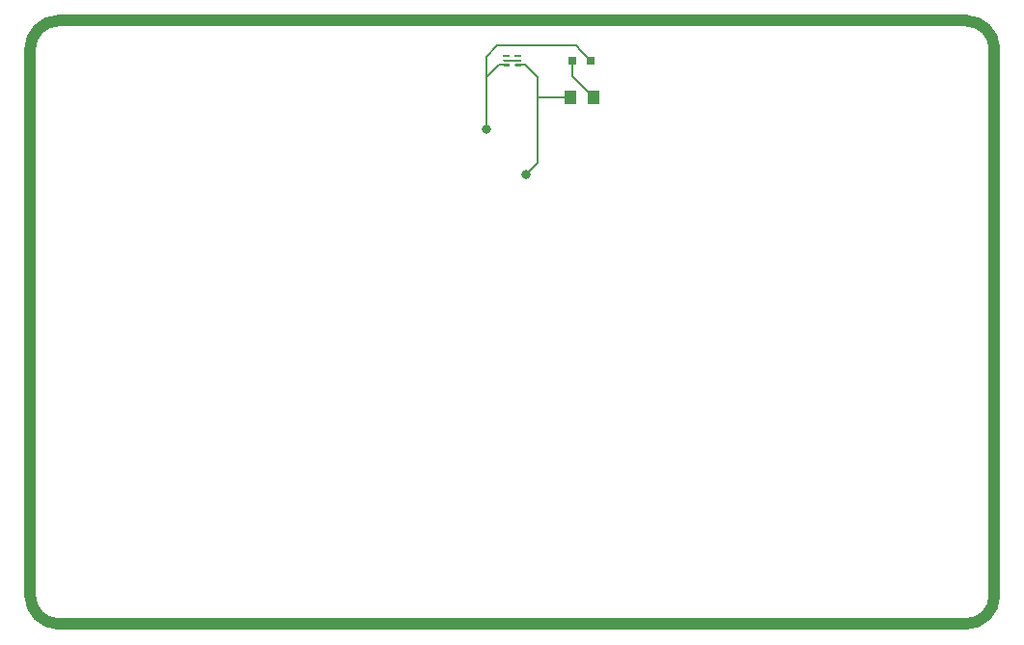
<source format=gbr>
%TF.GenerationSoftware,KiCad,Pcbnew,(5.1.10)-1*%
%TF.CreationDate,2023-01-04T12:47:17+09:00*%
%TF.ProjectId,circuit-business-card,63697263-7569-4742-9d62-7573696e6573,rev?*%
%TF.SameCoordinates,Original*%
%TF.FileFunction,Copper,L1,Top*%
%TF.FilePolarity,Positive*%
%FSLAX46Y46*%
G04 Gerber Fmt 4.6, Leading zero omitted, Abs format (unit mm)*
G04 Created by KiCad (PCBNEW (5.1.10)-1) date 2023-01-04 12:47:17*
%MOMM*%
%LPD*%
G01*
G04 APERTURE LIST*
%TA.AperFunction,NonConductor*%
%ADD10C,1.000000*%
%TD*%
%TA.AperFunction,SMDPad,CuDef*%
%ADD11R,1.000000X1.200000*%
%TD*%
%TA.AperFunction,SMDPad,CuDef*%
%ADD12R,0.800000X0.800000*%
%TD*%
%TA.AperFunction,ViaPad*%
%ADD13C,0.800000*%
%TD*%
%TA.AperFunction,Conductor*%
%ADD14C,0.200000*%
%TD*%
G04 APERTURE END LIST*
D10*
X73000000Y-118480000D02*
G75*
G02*
X70500000Y-115980000I0J2500000D01*
G01*
X155100000Y-115980000D02*
G75*
G02*
X152600000Y-118480000I-2500000J0D01*
G01*
X152600000Y-65500000D02*
G75*
G02*
X155100000Y-68000000I0J-2500000D01*
G01*
X70500000Y-68000000D02*
G75*
G02*
X73000000Y-65500000I2500000J0D01*
G01*
X152600000Y-118480000D02*
X73000000Y-118480000D01*
X152600000Y-65500000D02*
X73000000Y-65500000D01*
X155100000Y-68000000D02*
X155100000Y-115980000D01*
X70500000Y-68000000D02*
X70500000Y-115980000D01*
D11*
%TO.P,R1,LEFT*%
%TO.N,Net-(LED1-PadK)*%
X117900000Y-72200000D03*
%TO.P,R1,RIGHT*%
%TO.N,Net-(LED1-PadA)*%
X119900000Y-72200000D03*
%TD*%
D12*
%TO.P,LED1,K*%
%TO.N,Net-(LED1-PadK)*%
X119700000Y-69000000D03*
%TO.P,LED1,A*%
%TO.N,Net-(LED1-PadA)*%
X118050000Y-69000000D03*
%TD*%
%TO.P,U1,2*%
%TO.N,Net-(LED1-PadK)*%
%TA.AperFunction,SMDPad,CuDef*%
G36*
G01*
X113000000Y-69450000D02*
X113000000Y-69350000D01*
G75*
G02*
X113050000Y-69300000I50000J0D01*
G01*
X113550000Y-69300000D01*
G75*
G02*
X113600000Y-69350000I0J-50000D01*
G01*
X113600000Y-69450000D01*
G75*
G02*
X113550000Y-69500000I-50000J0D01*
G01*
X113050000Y-69500000D01*
G75*
G02*
X113000000Y-69450000I0J50000D01*
G01*
G37*
%TD.AperFunction*%
%TO.P,U1,1*%
%TA.AperFunction,SMDPad,CuDef*%
G36*
G01*
X112000000Y-69450000D02*
X112000000Y-69350000D01*
G75*
G02*
X112050000Y-69300000I50000J0D01*
G01*
X112550000Y-69300000D01*
G75*
G02*
X112600000Y-69350000I0J-50000D01*
G01*
X112600000Y-69450000D01*
G75*
G02*
X112550000Y-69500000I-50000J0D01*
G01*
X112050000Y-69500000D01*
G75*
G02*
X112000000Y-69450000I0J50000D01*
G01*
G37*
%TD.AperFunction*%
%TO.P,U1,6*%
%TO.N,N/C*%
%TA.AperFunction,SMDPad,CuDef*%
G36*
G01*
X113000000Y-68650000D02*
X113000000Y-68550000D01*
G75*
G02*
X113050000Y-68500000I50000J0D01*
G01*
X113550000Y-68500000D01*
G75*
G02*
X113600000Y-68550000I0J-50000D01*
G01*
X113600000Y-68650000D01*
G75*
G02*
X113550000Y-68700000I-50000J0D01*
G01*
X113050000Y-68700000D01*
G75*
G02*
X113000000Y-68650000I0J50000D01*
G01*
G37*
%TD.AperFunction*%
%TO.P,U1,5*%
%TA.AperFunction,SMDPad,CuDef*%
G36*
G01*
X112000000Y-68650000D02*
X112000000Y-68550000D01*
G75*
G02*
X112050000Y-68500000I50000J0D01*
G01*
X112550000Y-68500000D01*
G75*
G02*
X112600000Y-68550000I0J-50000D01*
G01*
X112600000Y-68650000D01*
G75*
G02*
X112550000Y-68700000I-50000J0D01*
G01*
X112050000Y-68700000D01*
G75*
G02*
X112000000Y-68650000I0J50000D01*
G01*
G37*
%TD.AperFunction*%
%TO.P,U1,4*%
%TA.AperFunction,SMDPad,CuDef*%
G36*
G01*
X112000000Y-69050000D02*
X112000000Y-68950000D01*
G75*
G02*
X112050000Y-68900000I50000J0D01*
G01*
X113550000Y-68900000D01*
G75*
G02*
X113600000Y-68950000I0J-50000D01*
G01*
X113600000Y-69050000D01*
G75*
G02*
X113550000Y-69100000I-50000J0D01*
G01*
X112050000Y-69100000D01*
G75*
G02*
X112000000Y-69050000I0J50000D01*
G01*
G37*
%TD.AperFunction*%
%TD*%
D13*
%TO.N,Net-(LED1-PadK)*%
X114000000Y-79000000D03*
X110500000Y-75000000D03*
%TD*%
D14*
%TO.N,Net-(LED1-PadK)*%
X112300000Y-69400000D02*
X111600000Y-69400000D01*
X111600000Y-69400000D02*
X110500000Y-70500000D01*
X110500000Y-70500000D02*
X110500000Y-75000000D01*
X115000000Y-78000000D02*
X114000000Y-79000000D01*
X113900000Y-69400000D02*
X115000000Y-70500000D01*
X113300000Y-69400000D02*
X113900000Y-69400000D01*
X115000000Y-70500000D02*
X115000000Y-72200000D01*
X119700000Y-69000000D02*
X118850000Y-68150000D01*
X110500000Y-70500000D02*
X110500000Y-68650000D01*
X110500000Y-68650000D02*
X111450000Y-67700000D01*
X118400000Y-67700000D02*
X118850000Y-68150000D01*
X111450000Y-67700000D02*
X118400000Y-67700000D01*
X115000000Y-72200000D02*
X115000000Y-78000000D01*
X117900000Y-72200000D02*
X115000000Y-72200000D01*
%TO.N,Net-(LED1-PadA)*%
X118050000Y-70350000D02*
X119900000Y-72200000D01*
X118050000Y-69000000D02*
X118050000Y-70350000D01*
%TD*%
M02*

</source>
